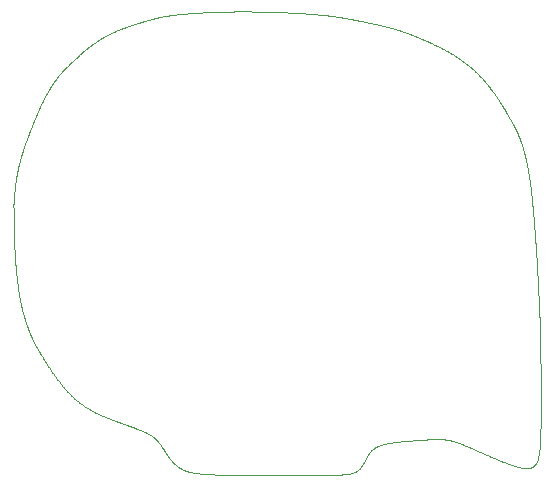
<source format=gko>
G04 #@! TF.FileFunction,Profile,NP*

G04 leading zeros omitted (L); absolute data (A); 6 integer digits and 6 fractional digits *
%FSLAX66Y66*%

G04 mode (MO): millimeters (MM) *
%MOMM*%

G04 Aperture definitions *
%ADD10C,0.001X*%
%ADD11C,0.001X*%
%ADD20C,0.05X*%

%LPD*%
D20*
G01X0043186Y-15735451D02*
G01X0043186Y-15735451D01*
G01X0045832Y-15704095D01*
G01X0048586Y-15671533D01*
G01X0051454Y-15637792D01*
G01X0054441Y-15602894D01*
G01X0057551Y-15566863D01*
G01X0060789Y-15529726D01*
G01X0064160Y-15491505D01*
G01X0067670Y-15452224D01*
G01X0071323Y-15411909D01*
G01X0075124Y-15370584D01*
G01X0079077Y-15328272D01*
G01X0083189Y-15284998D01*
G01X0087464Y-15240787D01*
G01X0091907Y-15195662D01*
G01X0096522Y-15149648D01*
G01X0101316Y-15102770D01*
G01X0106291Y-15055051D01*
G01X0111455Y-15006516D01*
G01X0116811Y-14957189D01*
G01X0122364Y-14907094D01*
G01X0128120Y-14856256D01*
G01X0134083Y-14804700D01*
G01X0140259Y-14752448D01*
G01X0146652Y-14699526D01*
G01X0153267Y-14645958D01*
G01X0160109Y-14591768D01*
G01X0167183Y-14536980D01*
G01X0174494Y-14481620D01*
G01X0182047Y-14425710D01*
G01X0189847Y-14369276D01*
G01X0197899Y-14312341D01*
G01X0206207Y-14254930D01*
G01X0214777Y-14197068D01*
G01X0223614Y-14138778D01*
G01X0232722Y-14080084D01*
G01X0242107Y-14021012D01*
G01X0251773Y-13961585D01*
G01X0261726Y-13901828D01*
G01X0271970Y-13841765D01*
G01X0282510Y-13781421D01*
G01X0293351Y-13720818D01*
G01X0304498Y-13659983D01*
G01X0315957Y-13598939D01*
G01X0327731Y-13537710D01*
G01X0339827Y-13476321D01*
G01X0352248Y-13414796D01*
G01X0365000Y-13353159D01*
G01X0378088Y-13291435D01*
G01X0391517Y-13229648D01*
G01X0405291Y-13167822D01*
G01X0405291Y-13167822D01*
G01X0405291Y-13167822D01*
G01X0419414Y-13105977D01*
G01X0433880Y-13044121D01*
G01X0448684Y-12982255D01*
G01X0463816Y-12920384D01*
G01X0479271Y-12858511D01*
G01X0495042Y-12796640D01*
G01X0511120Y-12734774D01*
G01X0527499Y-12672916D01*
G01X0544173Y-12611071D01*
G01X0561132Y-12549242D01*
G01X0578372Y-12487431D01*
G01X0595884Y-12425644D01*
G01X0613662Y-12363882D01*
G01X0631697Y-12302150D01*
G01X0649984Y-12240451D01*
G01X0668515Y-12178789D01*
G01X0687283Y-12117167D01*
G01X0706280Y-12055589D01*
G01X0725500Y-11994058D01*
G01X0744936Y-11932577D01*
G01X0764580Y-11871151D01*
G01X0784425Y-11809782D01*
G01X0804464Y-11748474D01*
G01X0824690Y-11687231D01*
G01X0845097Y-11626056D01*
G01X0865676Y-11564953D01*
G01X0886420Y-11503924D01*
G01X0907324Y-11442975D01*
G01X0928378Y-11382107D01*
G01X0949577Y-11321325D01*
G01X0970913Y-11260632D01*
G01X0992379Y-11200032D01*
G01X1013968Y-11139528D01*
G01X1035673Y-11079123D01*
G01X1057486Y-11018821D01*
G01X1079401Y-10958627D01*
G01X1101411Y-10898542D01*
G01X1123507Y-10838570D01*
G01X1145684Y-10778716D01*
G01X1167934Y-10718982D01*
G01X1190250Y-10659373D01*
G01X1212624Y-10599891D01*
G01X1235051Y-10540540D01*
G01X1257521Y-10481323D01*
G01X1280030Y-10422245D01*
G01X1302568Y-10363308D01*
G01X1325130Y-10304516D01*
G01X1347708Y-10245873D01*
G01X1370294Y-10187382D01*
G01X1392883Y-10129046D01*
G01X1392883Y-10129046D01*
G01X1392883Y-10129046D01*
G01X1415468Y-10070868D01*
G01X1438049Y-10012851D01*
G01X1460627Y-9954998D01*
G01X1483203Y-9897313D01*
G01X1505777Y-9839798D01*
G01X1528350Y-9782458D01*
G01X1550923Y-9725297D01*
G01X1573496Y-9668317D01*
G01X1596071Y-9611522D01*
G01X1618647Y-9554916D01*
G01X1641226Y-9498502D01*
G01X1663809Y-9442284D01*
G01X1686396Y-9386266D01*
G01X1708987Y-9330450D01*
G01X1731584Y-9274840D01*
G01X1754187Y-9219440D01*
G01X1776798Y-9164254D01*
G01X1799416Y-9109285D01*
G01X1822042Y-9054536D01*
G01X1844678Y-9000011D01*
G01X1867323Y-8945713D01*
G01X1889979Y-8891647D01*
G01X1912647Y-8837815D01*
G01X1935326Y-8784221D01*
G01X1958018Y-8730868D01*
G01X1980724Y-8677761D01*
G01X2003444Y-8624903D01*
G01X2026178Y-8572296D01*
G01X2048929Y-8519945D01*
G01X2071696Y-8467854D01*
G01X2094479Y-8416025D01*
G01X2117281Y-8364462D01*
G01X2140101Y-8313170D01*
G01X2162941Y-8262150D01*
G01X2185800Y-8211407D01*
G01X2208680Y-8160945D01*
G01X2231581Y-8110767D01*
G01X2254505Y-8060876D01*
G01X2277451Y-8011275D01*
G01X2300421Y-7961970D01*
G01X2323416Y-7912962D01*
G01X2346435Y-7864256D01*
G01X2369480Y-7815854D01*
G01X2392551Y-7767762D01*
G01X2415650Y-7719981D01*
G01X2438777Y-7672516D01*
G01X2461932Y-7625370D01*
G01X2485116Y-7578547D01*
G01X2508331Y-7532050D01*
G01X2531576Y-7485882D01*
G01X2531576Y-7485882D01*
G01X2531576Y-7485882D01*
G01X2566492Y-7417269D01*
G01X2601453Y-7349435D01*
G01X2636449Y-7282382D01*
G01X2671473Y-7216113D01*
G01X2706516Y-7150629D01*
G01X2741570Y-7085932D01*
G01X2776626Y-7022025D01*
G01X2811676Y-6958909D01*
G01X2846713Y-6896586D01*
G01X2881727Y-6835058D01*
G01X2916710Y-6774328D01*
G01X2951653Y-6714397D01*
G01X2986550Y-6655268D01*
G01X3021390Y-6596941D01*
G01X3056166Y-6539420D01*
G01X3090870Y-6482707D01*
G01X3125493Y-6426802D01*
G01X3160027Y-6371709D01*
G01X3194463Y-6317429D01*
G01X3228793Y-6263964D01*
G01X3263009Y-6211317D01*
G01X3297103Y-6159489D01*
G01X3331066Y-6108482D01*
G01X3364889Y-6058298D01*
G01X3398565Y-6008939D01*
G01X3432085Y-5960408D01*
G01X3465441Y-5912706D01*
G01X3498624Y-5865835D01*
G01X3531627Y-5819798D01*
G01X3564440Y-5774596D01*
G01X3597056Y-5730231D01*
G01X3629466Y-5686705D01*
G01X3661661Y-5644020D01*
G01X3672344Y-5629979D01*
G01X3672344Y-5629979D01*
G01X3714829Y-5574747D01*
G01X3756962Y-5520934D01*
G01X3798809Y-5468436D01*
G01X3840433Y-5417149D01*
G01X3881898Y-5366970D01*
G01X3923269Y-5317795D01*
G01X3964608Y-5269520D01*
G01X4005981Y-5222042D01*
G01X4047451Y-5175256D01*
G01X4089082Y-5129059D01*
G01X4130938Y-5083347D01*
G01X4173083Y-5038016D01*
G01X4215582Y-4992963D01*
G01X4258498Y-4948083D01*
G01X4301895Y-4903273D01*
G01X4345837Y-4858430D01*
G01X4390388Y-4813448D01*
G01X4435613Y-4768226D01*
G01X4481575Y-4722658D01*
G01X4528338Y-4676641D01*
G01X4575967Y-4630071D01*
G01X4624524Y-4582845D01*
G01X4674075Y-4534858D01*
G01X4724684Y-4486008D01*
G01X4776413Y-4436189D01*
G01X4776413Y-4436189D01*
G01X4776413Y-4436189D01*
G01X4815980Y-4398137D01*
G01X4856205Y-4359506D01*
G01X4897070Y-4320327D01*
G01X4938562Y-4280630D01*
G01X4980663Y-4240444D01*
G01X5023359Y-4199801D01*
G01X5066634Y-4158729D01*
G01X5110472Y-4117259D01*
G01X5154857Y-4075422D01*
G01X5199775Y-4033247D01*
G01X5245208Y-3990764D01*
G01X5291142Y-3948004D01*
G01X5337561Y-3904996D01*
G01X5384450Y-3861770D01*
G01X5431792Y-3818358D01*
G01X5479572Y-3774788D01*
G01X5527774Y-3731091D01*
G01X5576383Y-3687297D01*
G01X5625383Y-3643436D01*
G01X5674758Y-3599539D01*
G01X5724494Y-3555634D01*
G01X5774573Y-3511753D01*
G01X5824981Y-3467925D01*
G01X5875701Y-3424181D01*
G01X5926719Y-3380550D01*
G01X5978018Y-3337063D01*
G01X6029584Y-3293750D01*
G01X6081399Y-3250641D01*
G01X6133449Y-3207766D01*
G01X6185718Y-3165154D01*
G01X6238190Y-3122837D01*
G01X6290850Y-3080844D01*
G01X6343682Y-3039206D01*
G01X6361328Y-3025410D01*
G01X6361328Y-3025410D01*
G01X6414369Y-2984284D01*
G01X6467560Y-2943549D01*
G01X6520895Y-2903209D01*
G01X6574366Y-2863266D01*
G01X6627968Y-2823721D01*
G01X6681693Y-2784578D01*
G01X6735534Y-2745838D01*
G01X6789486Y-2707504D01*
G01X6843541Y-2669578D01*
G01X6897693Y-2632062D01*
G01X6951935Y-2594960D01*
G01X7006260Y-2558272D01*
G01X7060662Y-2522002D01*
G01X7115134Y-2486152D01*
G01X7169669Y-2450723D01*
G01X7224262Y-2415719D01*
G01X7278904Y-2381142D01*
G01X7333589Y-2346994D01*
G01X7388312Y-2313277D01*
G01X7443064Y-2279994D01*
G01X7497840Y-2247146D01*
G01X7552633Y-2214737D01*
G01X7607435Y-2182769D01*
G01X7662241Y-2151243D01*
G01X7717044Y-2120163D01*
G01X7771837Y-2089530D01*
G01X7826613Y-2059347D01*
G01X7881366Y-2029617D01*
G01X7936089Y-2000340D01*
G01X7990775Y-1971521D01*
G01X8045418Y-1943161D01*
G01X8100011Y-1915262D01*
G01X8154548Y-1887827D01*
G01X8172713Y-1878785D01*
G01X8172713Y-1878785D01*
G01X8227165Y-1851970D01*
G01X8281569Y-1825604D01*
G01X8335953Y-1799669D01*
G01X8390344Y-1774145D01*
G01X8444769Y-1749012D01*
G01X8499257Y-1724251D01*
G01X8553834Y-1699843D01*
G01X8608528Y-1675769D01*
G01X8663365Y-1652008D01*
G01X8718374Y-1628541D01*
G01X8773582Y-1605349D01*
G01X8829016Y-1582412D01*
G01X8884703Y-1559711D01*
G01X8940672Y-1537226D01*
G01X8996948Y-1514939D01*
G01X9053560Y-1492829D01*
G01X9110536Y-1470877D01*
G01X9167901Y-1449063D01*
G01X9225685Y-1427369D01*
G01X9283913Y-1405774D01*
G01X9342614Y-1384259D01*
G01X9401815Y-1362805D01*
G01X9461543Y-1341393D01*
G01X9521825Y-1320002D01*
G01X9582690Y-1298613D01*
G01X9644164Y-1277208D01*
G01X9706275Y-1255765D01*
G01X9769049Y-1234267D01*
G01X9832515Y-1212693D01*
G01X9896700Y-1191025D01*
G01X9961631Y-1169242D01*
G01X10027336Y-1147325D01*
G01X10093842Y-1125254D01*
G01X10116193Y-1117860D01*
G01X10116193Y-1117860D01*
G01X10161174Y-1103013D01*
G01X10206522Y-1088093D01*
G01X10252233Y-1073107D01*
G01X10298302Y-1058061D01*
G01X10344726Y-1042961D01*
G01X10391500Y-1027814D01*
G01X10438618Y-1012627D01*
G01X10486077Y-0997407D01*
G01X10533872Y-0982159D01*
G01X10581998Y-0966890D01*
G01X10630452Y-0951607D01*
G01X10679228Y-0936316D01*
G01X10728322Y-0921025D01*
G01X10777729Y-0905739D01*
G01X10827446Y-0890464D01*
G01X10877467Y-0875209D01*
G01X10927788Y-0859978D01*
G01X10978405Y-0844779D01*
G01X11029312Y-0829618D01*
G01X11080506Y-0814502D01*
G01X11131982Y-0799436D01*
G01X11183736Y-0784429D01*
G01X11235762Y-0769486D01*
G01X11288057Y-0754614D01*
G01X11340616Y-0739819D01*
G01X11393435Y-0725108D01*
G01X11446508Y-0710487D01*
G01X11499832Y-0695964D01*
G01X11553402Y-0681543D01*
G01X11607213Y-0667233D01*
G01X11661261Y-0653040D01*
G01X11715542Y-0638970D01*
G01X11770050Y-0625029D01*
G01X11824782Y-0611224D01*
G01X11879733Y-0597563D01*
G01X11934898Y-0584050D01*
G01X11990274Y-0570693D01*
G01X12045854Y-0557499D01*
G01X12101636Y-0544474D01*
G01X12157614Y-0531623D01*
G01X12213784Y-0518955D01*
G01X12270141Y-0506476D01*
G01X12326681Y-0494191D01*
G01X12383399Y-0482108D01*
G01X12440292Y-0470234D01*
G01X12497353Y-0458573D01*
G01X12554580Y-0447134D01*
G01X12611967Y-0435923D01*
G01X12669510Y-0424946D01*
G01X12727204Y-0414210D01*
G01X12727204Y-0414210D01*
G01X12727204Y-0414210D01*
G01X12785045Y-0403719D01*
G01X12843029Y-0393471D01*
G01X12901147Y-0383462D01*
G01X12959394Y-0373688D01*
G01X13017763Y-0364144D01*
G01X13076247Y-0354828D01*
G01X13134839Y-0345735D01*
G01X13193534Y-0336861D01*
G01X13252324Y-0328202D01*
G01X13311203Y-0319755D01*
G01X13370163Y-0311514D01*
G01X13429200Y-0303478D01*
G01X13488305Y-0295640D01*
G01X13547472Y-0287998D01*
G01X13606695Y-0280548D01*
G01X13665966Y-0273285D01*
G01X13725281Y-0266205D01*
G01X13784630Y-0259306D01*
G01X13844009Y-0252582D01*
G01X13903410Y-0246030D01*
G01X13962827Y-0239645D01*
G01X14022253Y-0233425D01*
G01X14081682Y-0227364D01*
G01X14141107Y-0221460D01*
G01X14200520Y-0215708D01*
G01X14259917Y-0210103D01*
G01X14319289Y-0204643D01*
G01X14378631Y-0199323D01*
G01X14437936Y-0194139D01*
G01X14497196Y-0189088D01*
G01X14556406Y-0184165D01*
G01X14615559Y-0179366D01*
G01X14674648Y-0174688D01*
G01X14733667Y-0170126D01*
G01X14792609Y-0165677D01*
G01X14851467Y-0161336D01*
G01X14910235Y-0157101D01*
G01X14968905Y-0152966D01*
G01X15027472Y-0148927D01*
G01X15085929Y-0144982D01*
G01X15144270Y-0141125D01*
G01X15202486Y-0137353D01*
G01X15260573Y-0133663D01*
G01X15318523Y-0130049D01*
G01X15376329Y-0126509D01*
G01X15433986Y-0123037D01*
G01X15491485Y-0119631D01*
G01X15548822Y-0116286D01*
G01X15605989Y-0112998D01*
G01X15662979Y-0109764D01*
G01X15662979Y-0109764D01*
G01X15662979Y-0109764D01*
G01X15719788Y-0106580D01*
G01X15776418Y-0103445D01*
G01X15832871Y-0100359D01*
G01X15889148Y-0097322D01*
G01X15945254Y-0094335D01*
G01X16001189Y-0091396D01*
G01X16056956Y-0088505D01*
G01X16112558Y-0085664D01*
G01X16167997Y-0082871D01*
G01X16223274Y-0080126D01*
G01X16278394Y-0077430D01*
G01X16333357Y-0074782D01*
G01X16388167Y-0072182D01*
G01X16442825Y-0069630D01*
G01X16497333Y-0067126D01*
G01X16551696Y-0064670D01*
G01X16605913Y-0062262D01*
G01X16659989Y-0059902D01*
G01X16713924Y-0057589D01*
G01X16767722Y-0055323D01*
G01X16821385Y-0053105D01*
G01X16874916Y-0050934D01*
G01X16928316Y-0048811D01*
G01X16981587Y-0046734D01*
G01X17034733Y-0044705D01*
G01X17087756Y-0042722D01*
G01X17140657Y-0040786D01*
G01X17193439Y-0038897D01*
G01X17246106Y-0037055D01*
G01X17298658Y-0035259D01*
G01X17351098Y-0033510D01*
G01X17403428Y-0031806D01*
G01X17455652Y-0030149D01*
G01X17507771Y-0028539D01*
G01X17559787Y-0026974D01*
G01X17611704Y-0025455D01*
G01X17663522Y-0023982D01*
G01X17715245Y-0022555D01*
G01X17766875Y-0021173D01*
G01X17818415Y-0019837D01*
G01X17869865Y-0018546D01*
G01X17921230Y-0017301D01*
G01X17972511Y-0016101D01*
G01X18023710Y-0014946D01*
G01X18074831Y-0013836D01*
G01X18125874Y-0012772D01*
G01X18176844Y-0011752D01*
G01X18227741Y-0010776D01*
G01X18278568Y-0009846D01*
G01X18329328Y-0008960D01*
G01X18329328Y-0008960D01*
G01X18329328Y-0008960D01*
G01X18380024Y-0008118D01*
G01X18430658Y-0007320D01*
G01X18481232Y-0006566D01*
G01X18531747Y-0005855D01*
G01X18582206Y-0005187D01*
G01X18632610Y-0004562D01*
G01X18682961Y-0003978D01*
G01X18733260Y-0003437D01*
G01X18783508Y-0002936D01*
G01X18833709Y-0002476D01*
G01X18883862Y-0002057D01*
G01X18933970Y-0001678D01*
G01X18984035Y-0001339D01*
G01X19034058Y-0001039D01*
G01X19084040Y-0000777D01*
G01X19133984Y-0000555D01*
G01X19183891Y-0000370D01*
G01X19233762Y-0000223D01*
G01X19283600Y-0000114D01*
G01X19333406Y-0000041D01*
G01X19383181Y-0000005D01*
G01X19432927Y-0000005D01*
G01X19482647Y-0000041D01*
G01X19532341Y-0000112D01*
G01X19582011Y-0000218D01*
G01X19631658Y-0000358D01*
G01X19681285Y-0000533D01*
G01X19730894Y-0000741D01*
G01X19780485Y-0000983D01*
G01X19830060Y-0001258D01*
G01X19879621Y-0001565D01*
G01X19929170Y-0001904D01*
G01X19978708Y-0002275D01*
G01X20028237Y-0002678D01*
G01X20077759Y-0003111D01*
G01X20127274Y-0003575D01*
G01X20176786Y-0004070D01*
G01X20226295Y-0004594D01*
G01X20275803Y-0005147D01*
G01X20325312Y-0005729D01*
G01X20374823Y-0006340D01*
G01X20424339Y-0006979D01*
G01X20473860Y-0007646D01*
G01X20523388Y-0008341D01*
G01X20572925Y-0009062D01*
G01X20622473Y-0009810D01*
G01X20672033Y-0010584D01*
G01X20721607Y-0011384D01*
G01X20771196Y-0012210D01*
G01X20820803Y-0013060D01*
G01X20820803Y-0013060D01*
G01X20820803Y-0013060D01*
G01X20870430Y-0013937D01*
G01X20920084Y-0014838D01*
G01X20969772Y-0015766D01*
G01X21019499Y-0016721D01*
G01X21069272Y-0017703D01*
G01X21119097Y-0018714D01*
G01X21168981Y-0019753D01*
G01X21218929Y-0020822D01*
G01X21268948Y-0021921D01*
G01X21319045Y-0023051D01*
G01X21369225Y-0024213D01*
G01X21419495Y-0025407D01*
G01X21469862Y-0026634D01*
G01X21520330Y-0027894D01*
G01X21570908Y-0029189D01*
G01X21621600Y-0030519D01*
G01X21672414Y-0031885D01*
G01X21723355Y-0033288D01*
G01X21774430Y-0034727D01*
G01X21825646Y-0036204D01*
G01X21877007Y-0037720D01*
G01X21928522Y-0039275D01*
G01X21980195Y-0040870D01*
G01X22032034Y-0042506D01*
G01X22084045Y-0044183D01*
G01X22136233Y-0045901D01*
G01X22188605Y-0047663D01*
G01X22241168Y-0049468D01*
G01X22293928Y-0051317D01*
G01X22346891Y-0053210D01*
G01X22400063Y-0055149D01*
G01X22453450Y-0057134D01*
G01X22507060Y-0059166D01*
G01X22560897Y-0061246D01*
G01X22614969Y-0063373D01*
G01X22669282Y-0065550D01*
G01X22723842Y-0067776D01*
G01X22778655Y-0070052D01*
G01X22833728Y-0072380D01*
G01X22889066Y-0074759D01*
G01X22944677Y-0077190D01*
G01X23000566Y-0079674D01*
G01X23056740Y-0082212D01*
G01X23113205Y-0084805D01*
G01X23169967Y-0087452D01*
G01X23227033Y-0090155D01*
G01X23284409Y-0092915D01*
G01X23342101Y-0095732D01*
G01X23400115Y-0098607D01*
G01X23458458Y-0101540D01*
G01X23458458Y-0101540D01*
G01X23458458Y-0101540D01*
G01X23517133Y-0104533D01*
G01X23576128Y-0107585D01*
G01X23635428Y-0110696D01*
G01X23695017Y-0113868D01*
G01X23754879Y-0117100D01*
G01X23814998Y-0120393D01*
G01X23875359Y-0123746D01*
G01X23935946Y-0127161D01*
G01X23996744Y-0130637D01*
G01X24057736Y-0134174D01*
G01X24118907Y-0137774D01*
G01X24180242Y-0141435D01*
G01X24241724Y-0145159D01*
G01X24303338Y-0148946D01*
G01X24365067Y-0152795D01*
G01X24426898Y-0156708D01*
G01X24488813Y-0160684D01*
G01X24550797Y-0164724D01*
G01X24612834Y-0168828D01*
G01X24674908Y-0172996D01*
G01X24737005Y-0177228D01*
G01X24799108Y-0181525D01*
G01X24861201Y-0185888D01*
G01X24923269Y-0190315D01*
G01X24985296Y-0194808D01*
G01X25047266Y-0199367D01*
G01X25109164Y-0203992D01*
G01X25170973Y-0208683D01*
G01X25232679Y-0213440D01*
G01X25294266Y-0218265D01*
G01X25355717Y-0223157D01*
G01X25417017Y-0228116D01*
G01X25478150Y-0233142D01*
G01X25539102Y-0238237D01*
G01X25599855Y-0243399D01*
G01X25660394Y-0248630D01*
G01X25720704Y-0253930D01*
G01X25780768Y-0259298D01*
G01X25840572Y-0264736D01*
G01X25900099Y-0270243D01*
G01X25959334Y-0275820D01*
G01X26018260Y-0281467D01*
G01X26076863Y-0287184D01*
G01X26135127Y-0292971D01*
G01X26193035Y-0298830D01*
G01X26250572Y-0304759D01*
G01X26307723Y-0310759D01*
G01X26364472Y-0316831D01*
G01X26420802Y-0322975D01*
G01X26476699Y-0329191D01*
G01X26476699Y-0329191D01*
G01X26476699Y-0329191D01*
G01X26532171Y-0335483D01*
G01X26587250Y-0341854D01*
G01X26641951Y-0348306D01*
G01X26696292Y-0354838D01*
G01X26750287Y-0361452D01*
G01X26803955Y-0368146D01*
G01X26857311Y-0374923D01*
G01X26910371Y-0381782D01*
G01X26963153Y-0388723D01*
G01X27015672Y-0395748D01*
G01X27067944Y-0402856D01*
G01X27119987Y-0410048D01*
G01X27171817Y-0417324D01*
G01X27223449Y-0424685D01*
G01X27274901Y-0432131D01*
G01X27326189Y-0439663D01*
G01X27377329Y-0447280D01*
G01X27428338Y-0454985D01*
G01X27479231Y-0462776D01*
G01X27530026Y-0470654D01*
G01X27580739Y-0478619D01*
G01X27631386Y-0486673D01*
G01X27681984Y-0494816D01*
G01X27732548Y-0503047D01*
G01X27783096Y-0511367D01*
G01X27833644Y-0519778D01*
G01X27884207Y-0528278D01*
G01X27934804Y-0536869D01*
G01X27985449Y-0545551D01*
G01X28036160Y-0554324D01*
G01X28086952Y-0563189D01*
G01X28137843Y-0572146D01*
G01X28188848Y-0581196D01*
G01X28239984Y-0590339D01*
G01X28291267Y-0599575D01*
G01X28342715Y-0608905D01*
G01X28394342Y-0618330D01*
G01X28446166Y-0627849D01*
G01X28498202Y-0637463D01*
G01X28550468Y-0647173D01*
G01X28602980Y-0656978D01*
G01X28655754Y-0666880D01*
G01X28708807Y-0676879D01*
G01X28762154Y-0686975D01*
G01X28815813Y-0697169D01*
G01X28869799Y-0707460D01*
G01X28924129Y-0717850D01*
G01X28978820Y-0728339D01*
G01X29033888Y-0738927D01*
G01X29089349Y-0749615D01*
G01X29089349Y-0749615D01*
G01X29089349Y-0749615D01*
G01X29145226Y-0760405D01*
G01X29201520Y-0771300D01*
G01X29258219Y-0782302D01*
G01X29315310Y-0793411D01*
G01X29372779Y-0804629D01*
G01X29430615Y-0815957D01*
G01X29488803Y-0827396D01*
G01X29547331Y-0838948D01*
G01X29606187Y-0850614D01*
G01X29665356Y-0862395D01*
G01X29724826Y-0874293D01*
G01X29784585Y-0886308D01*
G01X29844618Y-0898441D01*
G01X29904914Y-0910695D01*
G01X29965459Y-0923070D01*
G01X30026240Y-0935568D01*
G01X30087244Y-0948189D01*
G01X30148458Y-0960936D01*
G01X30209870Y-0973808D01*
G01X30271466Y-0986809D01*
G01X30333234Y-0999938D01*
G01X30395160Y-1013196D01*
G01X30457231Y-1026587D01*
G01X30519435Y-1040109D01*
G01X30581758Y-1053766D01*
G01X30644188Y-1067557D01*
G01X30706712Y-1081484D01*
G01X30769316Y-1095549D01*
G01X30831987Y-1109753D01*
G01X30894714Y-1124097D01*
G01X30957482Y-1138581D01*
G01X31020278Y-1153208D01*
G01X31083091Y-1167979D01*
G01X31145906Y-1182895D01*
G01X31208712Y-1197957D01*
G01X31271494Y-1213166D01*
G01X31334240Y-1228524D01*
G01X31396937Y-1244031D01*
G01X31459571Y-1259690D01*
G01X31522131Y-1275501D01*
G01X31584603Y-1291466D01*
G01X31646974Y-1307585D01*
G01X31709231Y-1323861D01*
G01X31771361Y-1340294D01*
G01X31833352Y-1356885D01*
G01X31895189Y-1373636D01*
G01X31956861Y-1390549D01*
G01X32018354Y-1407623D01*
G01X32079656Y-1424861D01*
G01X32140753Y-1442264D01*
G01X32140753Y-1442264D01*
G01X32140753Y-1442264D01*
G01X32201645Y-1459836D01*
G01X32262346Y-1477584D01*
G01X32322866Y-1495507D01*
G01X32383213Y-1513608D01*
G01X32443394Y-1531889D01*
G01X32503419Y-1550351D01*
G01X32563295Y-1568996D01*
G01X32623032Y-1587825D01*
G01X32682637Y-1606840D01*
G01X32742120Y-1626042D01*
G01X32801488Y-1645434D01*
G01X32860750Y-1665016D01*
G01X32919915Y-1684791D01*
G01X32978990Y-1704759D01*
G01X33037985Y-1724923D01*
G01X33096907Y-1745284D01*
G01X33155766Y-1765844D01*
G01X33214569Y-1786605D01*
G01X33273325Y-1807567D01*
G01X33332042Y-1828733D01*
G01X33390730Y-1850103D01*
G01X33449395Y-1871681D01*
G01X33508048Y-1893467D01*
G01X33566695Y-1915463D01*
G01X33625347Y-1937670D01*
G01X33684010Y-1960091D01*
G01X33742694Y-1982726D01*
G01X33801406Y-2005577D01*
G01X33860156Y-2028647D01*
G01X33918952Y-2051936D01*
G01X33977802Y-2075446D01*
G01X34036714Y-2099179D01*
G01X34095698Y-2123136D01*
G01X34154761Y-2147320D01*
G01X34213912Y-2171730D01*
G01X34273159Y-2196370D01*
G01X34332512Y-2221241D01*
G01X34391977Y-2246344D01*
G01X34451564Y-2271681D01*
G01X34511281Y-2297253D01*
G01X34571137Y-2323063D01*
G01X34631139Y-2349111D01*
G01X34691297Y-2375400D01*
G01X34751619Y-2401931D01*
G01X34812113Y-2428705D01*
G01X34872788Y-2455724D01*
G01X34933652Y-2482990D01*
G01X34994713Y-2510505D01*
G01X35055981Y-2538269D01*
G01X35117462Y-2566285D01*
G01X35117462Y-2566285D01*
G01X35117462Y-2566285D01*
G01X35179168Y-2594556D01*
G01X35241093Y-2623086D01*
G01X35303224Y-2651875D01*
G01X35365547Y-2680925D01*
G01X35428049Y-2710237D01*
G01X35490716Y-2739813D01*
G01X35553535Y-2769655D01*
G01X35616492Y-2799762D01*
G01X35679573Y-2830137D01*
G01X35742766Y-2860781D01*
G01X35806056Y-2891695D01*
G01X35869431Y-2922881D01*
G01X35932876Y-2954339D01*
G01X35996379Y-2986072D01*
G01X36059925Y-3018080D01*
G01X36123501Y-3050365D01*
G01X36187094Y-3082928D01*
G01X36250690Y-3115770D01*
G01X36314276Y-3148893D01*
G01X36377838Y-3182298D01*
G01X36441362Y-3215987D01*
G01X36504836Y-3249960D01*
G01X36568245Y-3284219D01*
G01X36631576Y-3318765D01*
G01X36694816Y-3353600D01*
G01X36757951Y-3388725D01*
G01X36820967Y-3424142D01*
G01X36883852Y-3459850D01*
G01X36946591Y-3495853D01*
G01X37009171Y-3532151D01*
G01X37071579Y-3568745D01*
G01X37133801Y-3605637D01*
G01X37195824Y-3642828D01*
G01X37257633Y-3680320D01*
G01X37319216Y-3718113D01*
G01X37380559Y-3756209D01*
G01X37441649Y-3794610D01*
G01X37502471Y-3833317D01*
G01X37563014Y-3872330D01*
G01X37623262Y-3911652D01*
G01X37683202Y-3951283D01*
G01X37742822Y-3991225D01*
G01X37802107Y-4031480D01*
G01X37861045Y-4072048D01*
G01X37919620Y-4112931D01*
G01X37977821Y-4154130D01*
G01X38035633Y-4195647D01*
G01X38093043Y-4237482D01*
G01X38150038Y-4279638D01*
G01X38206603Y-4322115D01*
G01X38206603Y-4322115D01*
G01X38206603Y-4322115D01*
G01X38262734Y-4364919D01*
G01X38318436Y-4408052D01*
G01X38373712Y-4451505D01*
G01X38428563Y-4495273D01*
G01X38482994Y-4539349D01*
G01X38537005Y-4583727D01*
G01X38590601Y-4628400D01*
G01X38643783Y-4673360D01*
G01X38696554Y-4718603D01*
G01X38748917Y-4764120D01*
G01X38800875Y-4809906D01*
G01X38852429Y-4855954D01*
G01X38903583Y-4902257D01*
G01X38954339Y-4948808D01*
G01X39004700Y-4995601D01*
G01X39054668Y-5042630D01*
G01X39104247Y-5089888D01*
G01X39153438Y-5137368D01*
G01X39202244Y-5185063D01*
G01X39250668Y-5232967D01*
G01X39298712Y-5281074D01*
G01X39346379Y-5329377D01*
G01X39393672Y-5377868D01*
G01X39440594Y-5426542D01*
G01X39487146Y-5475392D01*
G01X39533332Y-5524412D01*
G01X39579153Y-5573594D01*
G01X39624614Y-5622932D01*
G01X39669715Y-5672419D01*
G01X39714461Y-5722050D01*
G01X39758853Y-5771817D01*
G01X39802894Y-5821713D01*
G01X39846587Y-5871733D01*
G01X39889934Y-5921869D01*
G01X39932938Y-5972115D01*
G01X39975602Y-6022464D01*
G01X40017928Y-6072909D01*
G01X40059918Y-6123445D01*
G01X40101576Y-6174064D01*
G01X40142904Y-6224760D01*
G01X40183904Y-6275527D01*
G01X40224580Y-6326357D01*
G01X40264933Y-6377243D01*
G01X40304967Y-6428181D01*
G01X40344684Y-6479162D01*
G01X40384086Y-6530180D01*
G01X40423177Y-6581228D01*
G01X40461958Y-6632301D01*
G01X40500433Y-6683391D01*
G01X40538604Y-6734492D01*
G01X40538604Y-6734492D01*
G01X40538604Y-6734492D01*
G01X40576477Y-6785602D01*
G01X40614060Y-6836727D01*
G01X40651361Y-6887873D01*
G01X40688386Y-6939045D01*
G01X40725142Y-6990249D01*
G01X40761636Y-7041491D01*
G01X40797874Y-7092775D01*
G01X40833865Y-7144107D01*
G01X40869613Y-7195493D01*
G01X40905127Y-7246938D01*
G01X40940413Y-7298448D01*
G01X40975478Y-7350028D01*
G01X41010329Y-7401683D01*
G01X41044973Y-7453420D01*
G01X41079415Y-7505243D01*
G01X41113665Y-7557158D01*
G01X41147727Y-7609170D01*
G01X41181609Y-7661286D01*
G01X41215318Y-7713510D01*
G01X41248860Y-7765847D01*
G01X41282243Y-7818305D01*
G01X41315474Y-7870886D01*
G01X41348558Y-7923599D01*
G01X41381503Y-7976447D01*
G01X41414316Y-8029436D01*
G01X41447004Y-8082572D01*
G01X41479573Y-8135860D01*
G01X41512031Y-8189306D01*
G01X41544384Y-8242915D01*
G01X41576638Y-8296693D01*
G01X41608802Y-8350644D01*
G01X41640881Y-8404776D01*
G01X41672882Y-8459092D01*
G01X41704813Y-8513599D01*
G01X41736680Y-8568301D01*
G01X41768490Y-8623206D01*
G01X41800250Y-8678317D01*
G01X41831966Y-8733640D01*
G01X41863646Y-8789182D01*
G01X41895296Y-8844947D01*
G01X41926924Y-8900940D01*
G01X41958535Y-8957168D01*
G01X41990137Y-9013636D01*
G01X42021737Y-9070349D01*
G01X42053341Y-9127313D01*
G01X42084957Y-9184532D01*
G01X42116591Y-9242014D01*
G01X42148250Y-9299763D01*
G01X42179940Y-9357784D01*
G01X42211670Y-9416083D01*
G01X42211670Y-9416083D01*
G01X42211670Y-9416083D01*
G01X42227550Y-9445339D01*
G01X42243440Y-9474673D01*
G01X42259338Y-9504094D01*
G01X42275243Y-9533612D01*
G01X42291155Y-9563235D01*
G01X42307072Y-9592972D01*
G01X42322993Y-9622834D01*
G01X42338918Y-9652828D01*
G01X42354844Y-9682965D01*
G01X42370772Y-9713253D01*
G01X42386700Y-9743701D01*
G01X42402628Y-9774320D01*
G01X42418553Y-9805117D01*
G01X42434476Y-9836102D01*
G01X42450394Y-9867285D01*
G01X42466308Y-9898673D01*
G01X42482216Y-9930278D01*
G01X42498118Y-9962107D01*
G01X42514011Y-9994170D01*
G01X42529896Y-10026476D01*
G01X42545770Y-10059035D01*
G01X42561634Y-10091855D01*
G01X42577485Y-10124946D01*
G01X42593324Y-10158316D01*
G01X42609149Y-10191975D01*
G01X42624959Y-10225933D01*
G01X42640753Y-10260198D01*
G01X42656530Y-10294779D01*
G01X42672289Y-10329686D01*
G01X42688029Y-10364928D01*
G01X42703748Y-10400514D01*
G01X42719447Y-10436453D01*
G01X42735124Y-10472754D01*
G01X42750778Y-10509427D01*
G01X42766408Y-10546481D01*
G01X42782012Y-10583925D01*
G01X42797591Y-10621767D01*
G01X42813142Y-10660018D01*
G01X42828666Y-10698687D01*
G01X42844160Y-10737781D01*
G01X42859624Y-10777312D01*
G01X42875057Y-10817288D01*
G01X42890458Y-10857717D01*
G01X42905826Y-10898610D01*
G01X42921159Y-10939976D01*
G01X42936458Y-10981823D01*
G01X42951720Y-11024161D01*
G01X42966945Y-11066999D01*
G01X42982131Y-11110346D01*
G01X42997279Y-11154211D01*
G01X43012386Y-11198604D01*
G01X43027452Y-11243533D01*
G01X43042476Y-11289009D01*
G01X43057456Y-11335039D01*
G01X43072392Y-11381634D01*
G01X43087283Y-11428802D01*
G01X43102128Y-11476552D01*
G01X43116925Y-11524895D01*
G01X43131674Y-11573838D01*
G01X43146373Y-11623391D01*
G01X43161023Y-11673563D01*
G01X43175620Y-11724364D01*
G01X43190166Y-11775803D01*
G01X43204658Y-11827888D01*
G01X43219096Y-11880629D01*
G01X43233478Y-11934035D01*
G01X43247804Y-11988116D01*
G01X43262072Y-12042880D01*
G01X43276282Y-12098337D01*
G01X43290433Y-12154495D01*
G01X43304523Y-12211364D01*
G01X43318551Y-12268954D01*
G01X43332518Y-12327273D01*
G01X43346420Y-12386330D01*
G01X43360258Y-12446136D01*
G01X43374031Y-12506698D01*
G01X43387737Y-12568026D01*
G01X43401375Y-12630129D01*
G01X43414945Y-12693016D01*
G01X43428446Y-12756697D01*
G01X43441875Y-12821181D01*
G01X43455234Y-12886477D01*
G01X43468519Y-12952594D01*
G01X43481731Y-13019541D01*
G01X43494869Y-13087328D01*
G01X43507930Y-13155963D01*
G01X43520915Y-13225456D01*
G01X43533823Y-13295815D01*
G01X43546652Y-13367051D01*
G01X43559401Y-13439172D01*
G01X43572069Y-13512188D01*
G01X43584656Y-13586108D01*
G01X43597160Y-13660940D01*
G01X43609580Y-13736694D01*
G01X43621916Y-13813379D01*
G01X43634165Y-13891005D01*
G01X43646328Y-13969580D01*
G01X43658404Y-14049114D01*
G01X43670390Y-14129615D01*
G01X43682287Y-14211094D01*
G01X43682287Y-14211094D01*
G01X43682287Y-14211094D01*
G01X43694093Y-14293553D01*
G01X43705807Y-14376977D01*
G01X43717431Y-14461345D01*
G01X43728964Y-14546638D01*
G01X43740407Y-14632835D01*
G01X43751759Y-14719915D01*
G01X43763022Y-14807860D01*
G01X43774194Y-14896648D01*
G01X43785278Y-14986260D01*
G01X43796271Y-15076675D01*
G01X43807176Y-15167873D01*
G01X43817993Y-15259834D01*
G01X43828720Y-15352539D01*
G01X43839359Y-15445966D01*
G01X43849910Y-15540095D01*
G01X43860374Y-15634907D01*
G01X43870749Y-15730382D01*
G01X43881038Y-15826498D01*
G01X43891239Y-15923237D01*
G01X43901353Y-16020577D01*
G01X43911381Y-16118499D01*
G01X43921322Y-16216983D01*
G01X43931177Y-16316008D01*
G01X43940946Y-16415554D01*
G01X43950629Y-16515601D01*
G01X43960226Y-16616130D01*
G01X43969739Y-16717119D01*
G01X43979166Y-16818548D01*
G01X43988509Y-16920399D01*
G01X43997767Y-17022649D01*
G01X44006940Y-17125280D01*
G01X44016030Y-17228270D01*
G01X44025036Y-17331601D01*
G01X44033958Y-17435251D01*
G01X44042797Y-17539201D01*
G01X44051552Y-17643430D01*
G01X44060225Y-17747919D01*
G01X44068815Y-17852646D01*
G01X44077322Y-17957593D01*
G01X44085748Y-18062738D01*
G01X44094091Y-18168062D01*
G01X44102352Y-18273544D01*
G01X44110533Y-18379165D01*
G01X44118631Y-18484904D01*
G01X44126649Y-18590741D01*
G01X44134586Y-18696656D01*
G01X44142442Y-18802629D01*
G01X44150218Y-18908639D01*
G01X44157914Y-19014667D01*
G01X44165530Y-19120692D01*
G01X44173067Y-19226694D01*
G01X44180524Y-19332653D01*
G01X44187902Y-19438549D01*
G01X44195201Y-19544362D01*
G01X44202421Y-19650071D01*
G01X44209563Y-19755656D01*
G01X44216627Y-19861098D01*
G01X44223612Y-19966376D01*
G01X44230520Y-20071469D01*
G01X44237351Y-20176359D01*
G01X44244104Y-20281024D01*
G01X44250780Y-20385444D01*
G01X44257379Y-20489600D01*
G01X44263902Y-20593471D01*
G01X44270348Y-20697037D01*
G01X44276718Y-20800277D01*
G01X44283013Y-20903173D01*
G01X44289231Y-21005703D01*
G01X44295375Y-21107847D01*
G01X44301443Y-21209586D01*
G01X44307436Y-21310899D01*
G01X44313355Y-21411765D01*
G01X44319199Y-21512166D01*
G01X44324969Y-21612080D01*
G01X44330664Y-21711487D01*
G01X44336287Y-21810368D01*
G01X44341835Y-21908702D01*
G01X44347311Y-22006469D01*
G01X44352713Y-22103649D01*
G01X44358042Y-22200222D01*
G01X44363299Y-22296167D01*
G01X44368484Y-22391464D01*
G01X44373596Y-22486094D01*
G01X44378637Y-22580036D01*
G01X44383606Y-22673270D01*
G01X44388503Y-22765776D01*
G01X44393330Y-22857533D01*
G01X44398085Y-22948522D01*
G01X44402770Y-23038722D01*
G01X44407384Y-23128113D01*
G01X44411928Y-23216676D01*
G01X44416402Y-23304389D01*
G01X44420807Y-23391233D01*
G01X44425141Y-23477188D01*
G01X44429407Y-23562233D01*
G01X44433603Y-23646348D01*
G01X44437731Y-23729513D01*
G01X44441790Y-23811709D01*
G01X44445781Y-23892914D01*
G01X44449703Y-23973109D01*
G01X44449703Y-23973109D01*
G01X44449703Y-23973109D01*
G01X44453558Y-24052279D01*
G01X44457346Y-24130432D01*
G01X44461067Y-24207582D01*
G01X44464722Y-24283743D01*
G01X44468312Y-24358928D01*
G01X44471837Y-24433152D01*
G01X44475299Y-24506428D01*
G01X44478697Y-24578771D01*
G01X44482034Y-24650194D01*
G01X44485308Y-24720710D01*
G01X44488521Y-24790335D01*
G01X44491674Y-24859081D01*
G01X44494767Y-24926963D01*
G01X44497801Y-24993995D01*
G01X44500776Y-25060189D01*
G01X44503694Y-25125561D01*
G01X44506555Y-25190124D01*
G01X44509359Y-25253892D01*
G01X44512108Y-25316879D01*
G01X44514802Y-25379098D01*
G01X44517441Y-25440563D01*
G01X44520027Y-25501290D01*
G01X44522560Y-25561290D01*
G01X44525040Y-25620578D01*
G01X44527469Y-25679169D01*
G01X44529847Y-25737075D01*
G01X44532175Y-25794311D01*
G01X44534453Y-25850891D01*
G01X44536683Y-25906827D01*
G01X44538864Y-25962136D01*
G01X44540997Y-26016829D01*
G01X44543084Y-26070922D01*
G01X44545125Y-26124427D01*
G01X44547120Y-26177359D01*
G01X44549070Y-26229732D01*
G01X44550976Y-26281559D01*
G01X44552839Y-26332854D01*
G01X44554659Y-26383632D01*
G01X44556437Y-26433906D01*
G01X44558173Y-26483689D01*
G01X44559869Y-26532997D01*
G01X44561524Y-26581842D01*
G01X44563141Y-26630239D01*
G01X44564718Y-26678201D01*
G01X44566258Y-26725742D01*
G01X44567760Y-26772877D01*
G01X44569225Y-26819618D01*
G01X44570655Y-26865981D01*
G01X44572049Y-26911978D01*
G01X44573409Y-26957624D01*
G01X44574734Y-27002932D01*
G01X44576027Y-27047916D01*
G01X44577287Y-27092591D01*
G01X44578514Y-27136970D01*
G01X44579711Y-27181066D01*
G01X44580877Y-27224895D01*
G01X44582013Y-27268469D01*
G01X44583120Y-27311802D01*
G01X44584199Y-27354909D01*
G01X44585250Y-27397803D01*
G01X44586273Y-27440499D01*
G01X44587270Y-27483009D01*
G01X44588242Y-27525348D01*
G01X44589188Y-27567530D01*
G01X44590109Y-27609568D01*
G01X44591007Y-27651477D01*
G01X44591882Y-27693270D01*
G01X44592735Y-27734961D01*
G01X44593565Y-27776564D01*
G01X44594375Y-27818094D01*
G01X44595164Y-27859563D01*
G01X44595934Y-27900985D01*
G01X44596684Y-27942375D01*
G01X44597417Y-27983746D01*
G01X44598131Y-28025113D01*
G01X44598829Y-28066489D01*
G01X44599510Y-28107887D01*
G01X44600176Y-28149323D01*
G01X44600827Y-28190809D01*
G01X44601463Y-28232359D01*
G01X44602086Y-28273988D01*
G01X44602696Y-28315710D01*
G01X44603294Y-28357537D01*
G01X44603881Y-28399484D01*
G01X44604456Y-28441566D01*
G01X44605021Y-28483795D01*
G01X44605577Y-28526185D01*
G01X44606124Y-28568751D01*
G01X44606663Y-28611507D01*
G01X44607194Y-28654465D01*
G01X44607719Y-28697641D01*
G01X44608237Y-28741047D01*
G01X44608750Y-28784699D01*
G01X44609258Y-28828609D01*
G01X44609763Y-28872791D01*
G01X44610263Y-28917260D01*
G01X44610761Y-28962029D01*
G01X44611258Y-29007112D01*
G01X44611752Y-29052524D01*
G01X44612246Y-29098277D01*
G01X44612246Y-29098277D01*
G01X44612246Y-29098277D01*
G01X44612740Y-29144382D01*
G01X44613234Y-29190835D01*
G01X44613727Y-29237629D01*
G01X44614220Y-29284758D01*
G01X44614712Y-29332215D01*
G01X44615203Y-29379993D01*
G01X44615693Y-29428085D01*
G01X44616182Y-29476484D01*
G01X44616670Y-29525183D01*
G01X44617156Y-29574176D01*
G01X44617640Y-29623456D01*
G01X44618123Y-29673015D01*
G01X44618603Y-29722848D01*
G01X44619081Y-29772947D01*
G01X44619557Y-29823305D01*
G01X44620030Y-29873916D01*
G01X44620500Y-29924773D01*
G01X44620968Y-29975869D01*
G01X44621432Y-30027196D01*
G01X44621893Y-30078749D01*
G01X44622350Y-30130521D01*
G01X44622804Y-30182504D01*
G01X44623254Y-30234692D01*
G01X44623700Y-30287077D01*
G01X44624142Y-30339654D01*
G01X44624580Y-30392415D01*
G01X44625013Y-30445354D01*
G01X44625442Y-30498463D01*
G01X44625865Y-30551736D01*
G01X44626284Y-30605166D01*
G01X44626697Y-30658746D01*
G01X44627105Y-30712470D01*
G01X44627508Y-30766329D01*
G01X44627905Y-30820319D01*
G01X44628295Y-30874431D01*
G01X44628680Y-30928659D01*
G01X44629059Y-30982997D01*
G01X44629431Y-31037437D01*
G01X44629797Y-31091972D01*
G01X44630156Y-31146596D01*
G01X44630508Y-31201301D01*
G01X44630853Y-31256082D01*
G01X44631191Y-31310931D01*
G01X44631521Y-31365841D01*
G01X44631844Y-31420806D01*
G01X44632159Y-31475818D01*
G01X44632465Y-31530871D01*
G01X44632764Y-31585959D01*
G01X44633055Y-31641073D01*
G01X44633337Y-31696208D01*
G01X44633610Y-31751356D01*
G01X44633875Y-31806511D01*
G01X44634130Y-31861666D01*
G01X44634377Y-31916814D01*
G01X44634614Y-31971948D01*
G01X44634842Y-32027061D01*
G01X44635060Y-32082147D01*
G01X44635268Y-32137199D01*
G01X44635466Y-32192209D01*
G01X44635654Y-32247172D01*
G01X44635831Y-32302079D01*
G01X44635998Y-32356926D01*
G01X44636154Y-32411703D01*
G01X44636300Y-32466406D01*
G01X44636434Y-32521026D01*
G01X44636557Y-32575557D01*
G01X44636669Y-32629993D01*
G01X44636769Y-32684326D01*
G01X44636857Y-32738550D01*
G01X44636934Y-32792657D01*
G01X44636998Y-32846641D01*
G01X44637050Y-32900495D01*
G01X44637090Y-32954213D01*
G01X44637117Y-33007787D01*
G01X44637131Y-33061210D01*
G01X44637132Y-33114477D01*
G01X44637120Y-33167579D01*
G01X44637095Y-33220510D01*
G01X44637056Y-33273264D01*
G01X44637004Y-33325833D01*
G01X44636938Y-33378210D01*
G01X44636858Y-33430390D01*
G01X44636763Y-33482364D01*
G01X44636655Y-33534126D01*
G01X44636532Y-33585670D01*
G01X44636394Y-33636988D01*
G01X44636241Y-33688074D01*
G01X44636073Y-33738921D01*
G01X44635890Y-33789521D01*
G01X44635692Y-33839869D01*
G01X44635478Y-33889957D01*
G01X44635249Y-33939778D01*
G01X44635003Y-33989326D01*
G01X44634742Y-34038594D01*
G01X44634464Y-34087575D01*
G01X44634170Y-34136262D01*
G01X44633859Y-34184648D01*
G01X44633531Y-34232727D01*
G01X44633187Y-34280491D01*
G01X44632825Y-34327935D01*
G01X44632825Y-34327935D01*
G01X44632825Y-34327935D01*
G01X44632050Y-34421841D01*
G01X44631203Y-34514441D01*
G01X44630283Y-34605743D01*
G01X44629288Y-34695755D01*
G01X44628214Y-34784484D01*
G01X44627061Y-34871940D01*
G01X44625825Y-34958129D01*
G01X44624505Y-35043059D01*
G01X44623099Y-35126739D01*
G01X44621603Y-35209176D01*
G01X44620018Y-35290378D01*
G01X44618339Y-35370354D01*
G01X44616565Y-35449111D01*
G01X44614693Y-35526656D01*
G01X44612722Y-35602999D01*
G01X44610650Y-35678146D01*
G01X44608474Y-35752107D01*
G01X44606191Y-35824888D01*
G01X44603801Y-35896497D01*
G01X44601300Y-35966943D01*
G01X44598687Y-36036234D01*
G01X44595958Y-36104376D01*
G01X44593114Y-36171379D01*
G01X44590150Y-36237251D01*
G01X44587065Y-36301998D01*
G01X44583856Y-36365629D01*
G01X44580522Y-36428152D01*
G01X44577060Y-36489576D01*
G01X44573469Y-36549906D01*
G01X44569745Y-36609153D01*
G01X44565887Y-36667323D01*
G01X44561893Y-36724425D01*
G01X44557761Y-36780466D01*
G01X44553487Y-36835454D01*
G01X44549071Y-36889398D01*
G01X44544510Y-36942305D01*
G01X44539801Y-36994183D01*
G01X44534943Y-37045040D01*
G01X44529934Y-37094884D01*
G01X44524771Y-37143723D01*
G01X44519451Y-37191565D01*
G01X44513974Y-37238417D01*
G01X44508337Y-37284288D01*
G01X44502537Y-37329185D01*
G01X44496573Y-37373117D01*
G01X44490442Y-37416091D01*
G01X44484142Y-37458116D01*
G01X44477671Y-37499198D01*
G01X44471026Y-37539347D01*
G01X44464207Y-37578570D01*
G01X44464207Y-37578570D01*
G01X44464207Y-37578570D01*
G01X44450030Y-37654273D01*
G01X44435111Y-37726391D01*
G01X44419422Y-37795015D01*
G01X44402930Y-37860235D01*
G01X44385608Y-37922142D01*
G01X44367424Y-37980825D01*
G01X44348349Y-38036374D01*
G01X44328352Y-38088880D01*
G01X44307403Y-38138433D01*
G01X44285473Y-38185123D01*
G01X44262532Y-38229041D01*
G01X44238549Y-38270276D01*
G01X44213494Y-38308918D01*
G01X44187338Y-38345059D01*
G01X44160050Y-38378788D01*
G01X44131600Y-38410194D01*
G01X44101959Y-38439370D01*
G01X44071096Y-38466404D01*
G01X44038981Y-38491386D01*
G01X44005584Y-38514408D01*
G01X43970876Y-38535559D01*
G01X43934825Y-38554929D01*
G01X43897403Y-38572609D01*
G01X43858579Y-38588688D01*
G01X43818323Y-38603258D01*
G01X43818323Y-38603258D01*
G01X43818323Y-38603258D01*
G01X43787166Y-38613236D01*
G01X43755130Y-38622385D01*
G01X43722157Y-38630676D01*
G01X43688191Y-38638080D01*
G01X43653174Y-38644570D01*
G01X43617049Y-38650116D01*
G01X43579759Y-38654691D01*
G01X43541247Y-38658264D01*
G01X43501456Y-38660809D01*
G01X43460328Y-38662295D01*
G01X43417806Y-38662696D01*
G01X43373834Y-38661982D01*
G01X43328354Y-38660124D01*
G01X43281309Y-38657095D01*
G01X43232642Y-38652865D01*
G01X43182295Y-38647406D01*
G01X43130212Y-38640689D01*
G01X43076335Y-38632687D01*
G01X43020608Y-38623370D01*
G01X42962972Y-38612710D01*
G01X42903372Y-38600677D01*
G01X42841749Y-38587245D01*
G01X42778046Y-38572384D01*
G01X42712207Y-38556065D01*
G01X42644175Y-38538261D01*
G01X42573892Y-38518942D01*
G01X42501300Y-38498080D01*
G01X42426344Y-38475647D01*
G01X42348965Y-38451613D01*
G01X42269107Y-38425951D01*
G01X42186712Y-38398631D01*
G01X42101723Y-38369626D01*
G01X42014084Y-38338906D01*
G01X41984271Y-38328280D01*
G01X41984271Y-38328280D01*
G01X41923742Y-38306447D01*
G01X41862039Y-38283858D01*
G01X41799213Y-38260541D01*
G01X41735313Y-38236525D01*
G01X41670390Y-38211837D01*
G01X41604493Y-38186506D01*
G01X41537672Y-38160560D01*
G01X41469978Y-38134028D01*
G01X41401459Y-38106936D01*
G01X41332165Y-38079315D01*
G01X41262148Y-38051191D01*
G01X41191456Y-38022592D01*
G01X41120139Y-37993548D01*
G01X41048247Y-37964086D01*
G01X40975830Y-37934235D01*
G01X40902938Y-37904022D01*
G01X40829620Y-37873476D01*
G01X40755927Y-37842625D01*
G01X40681909Y-37811496D01*
G01X40607615Y-37780120D01*
G01X40533094Y-37748522D01*
G01X40458398Y-37716732D01*
G01X40383576Y-37684778D01*
G01X40308677Y-37652688D01*
G01X40233751Y-37620491D01*
G01X40158849Y-37588213D01*
G01X40084021Y-37555884D01*
G01X40009315Y-37523532D01*
G01X39934782Y-37491184D01*
G01X39860472Y-37458870D01*
G01X39786434Y-37426616D01*
G01X39712719Y-37394452D01*
G01X39639377Y-37362406D01*
G01X39566456Y-37330506D01*
G01X39494008Y-37298779D01*
G01X39422081Y-37267254D01*
G01X39350726Y-37235960D01*
G01X39279993Y-37204924D01*
G01X39209931Y-37174174D01*
G01X39140591Y-37143740D01*
G01X39072022Y-37113648D01*
G01X39004273Y-37083928D01*
G01X38937396Y-37054606D01*
G01X38871439Y-37025713D01*
G01X38806453Y-36997274D01*
G01X38742487Y-36969320D01*
G01X38679591Y-36941878D01*
G01X38617816Y-36914976D01*
G01X38557211Y-36888642D01*
G01X38497825Y-36862905D01*
G01X38497825Y-36862905D01*
G01X38497825Y-36862905D01*
G01X38411087Y-36825456D01*
G01X38327066Y-36789385D01*
G01X38245633Y-36754669D01*
G01X38166660Y-36721285D01*
G01X38090019Y-36689209D01*
G01X38015583Y-36658421D01*
G01X37943223Y-36628896D01*
G01X37872811Y-36600613D01*
G01X37804220Y-36573548D01*
G01X37737320Y-36547679D01*
G01X37671985Y-36522983D01*
G01X37608086Y-36499438D01*
G01X37545496Y-36477021D01*
G01X37484085Y-36455709D01*
G01X37423727Y-36435479D01*
G01X37364293Y-36416309D01*
G01X37305655Y-36398177D01*
G01X37247685Y-36381059D01*
G01X37190255Y-36364932D01*
G01X37133237Y-36349775D01*
G01X37076503Y-36335565D01*
G01X37019926Y-36322278D01*
G01X36963376Y-36309892D01*
G01X36906727Y-36298385D01*
G01X36849849Y-36287733D01*
G01X36792616Y-36277915D01*
G01X36734898Y-36268907D01*
G01X36676569Y-36260687D01*
G01X36617499Y-36253232D01*
G01X36557561Y-36246519D01*
G01X36496628Y-36240526D01*
G01X36434570Y-36235230D01*
G01X36371260Y-36230609D01*
G01X36349857Y-36229214D01*
G01X36349857Y-36229214D01*
G01X36306579Y-36226639D01*
G01X36262679Y-36224345D01*
G01X36218166Y-36222327D01*
G01X36173050Y-36220579D01*
G01X36127338Y-36219097D01*
G01X36081041Y-36217874D01*
G01X36034167Y-36216905D01*
G01X35986725Y-36216186D01*
G01X35938724Y-36215710D01*
G01X35890174Y-36215473D01*
G01X35841083Y-36215468D01*
G01X35791461Y-36215692D01*
G01X35741316Y-36216138D01*
G01X35690658Y-36216801D01*
G01X35639495Y-36217675D01*
G01X35587837Y-36218757D01*
G01X35535692Y-36220039D01*
G01X35483070Y-36221517D01*
G01X35429980Y-36223185D01*
G01X35376431Y-36225039D01*
G01X35322431Y-36227072D01*
G01X35267990Y-36229280D01*
G01X35213118Y-36231657D01*
G01X35157822Y-36234198D01*
G01X35102112Y-36236897D01*
G01X35045997Y-36239749D01*
G01X34989486Y-36242749D01*
G01X34932588Y-36245891D01*
G01X34875313Y-36249171D01*
G01X34817668Y-36252582D01*
G01X34759664Y-36256120D01*
G01X34701310Y-36259779D01*
G01X34642613Y-36263554D01*
G01X34583584Y-36267439D01*
G01X34524231Y-36271429D01*
G01X34464564Y-36275519D01*
G01X34404591Y-36279704D01*
G01X34344322Y-36283978D01*
G01X34283765Y-36288335D01*
G01X34222930Y-36292771D01*
G01X34161826Y-36297280D01*
G01X34100461Y-36301857D01*
G01X34038845Y-36306497D01*
G01X33976987Y-36311194D01*
G01X33914895Y-36315942D01*
G01X33852580Y-36320737D01*
G01X33790049Y-36325573D01*
G01X33727313Y-36330445D01*
G01X33664379Y-36335348D01*
G01X33601257Y-36340275D01*
G01X33601257Y-36340275D01*
G01X33601257Y-36340275D01*
G01X33537961Y-36345225D01*
G01X33474513Y-36350207D01*
G01X33410940Y-36355230D01*
G01X33347268Y-36360308D01*
G01X33283521Y-36365452D01*
G01X33219726Y-36370672D01*
G01X33155908Y-36375981D01*
G01X33092093Y-36381389D01*
G01X33028307Y-36386909D01*
G01X32964575Y-36392551D01*
G01X32900922Y-36398328D01*
G01X32837375Y-36404251D01*
G01X32773958Y-36410330D01*
G01X32710699Y-36416578D01*
G01X32647621Y-36423006D01*
G01X32584752Y-36429626D01*
G01X32522116Y-36436449D01*
G01X32459739Y-36443486D01*
G01X32397647Y-36450748D01*
G01X32335866Y-36458249D01*
G01X32274420Y-36465997D01*
G01X32213336Y-36474007D01*
G01X32152640Y-36482287D01*
G01X32092356Y-36490851D01*
G01X32032511Y-36499710D01*
G01X31973130Y-36508874D01*
G01X31914239Y-36518356D01*
G01X31855863Y-36528167D01*
G01X31798029Y-36538318D01*
G01X31740761Y-36548822D01*
G01X31684086Y-36559688D01*
G01X31628029Y-36570929D01*
G01X31572615Y-36582557D01*
G01X31517870Y-36594582D01*
G01X31463821Y-36607017D01*
G01X31410492Y-36619871D01*
G01X31357909Y-36633158D01*
G01X31306098Y-36646889D01*
G01X31255084Y-36661074D01*
G01X31204893Y-36675726D01*
G01X31155551Y-36690856D01*
G01X31107084Y-36706475D01*
G01X31059516Y-36722595D01*
G01X31012874Y-36739227D01*
G01X30967183Y-36756382D01*
G01X30922468Y-36774073D01*
G01X30878757Y-36792310D01*
G01X30836073Y-36811106D01*
G01X30794443Y-36830471D01*
G01X30753893Y-36850417D01*
G01X30753893Y-36850417D01*
G01X30753893Y-36850417D01*
G01X30695121Y-36881433D01*
G01X30638761Y-36913715D01*
G01X30584734Y-36947199D01*
G01X30532963Y-36981817D01*
G01X30483369Y-37017505D01*
G01X30435874Y-37054195D01*
G01X30390401Y-37091823D01*
G01X30346871Y-37130322D01*
G01X30305206Y-37169626D01*
G01X30265329Y-37209669D01*
G01X30227161Y-37250386D01*
G01X30190624Y-37291710D01*
G01X30155640Y-37333576D01*
G01X30122132Y-37375917D01*
G01X30090020Y-37418668D01*
G01X30059228Y-37461763D01*
G01X30029677Y-37505135D01*
G01X30001289Y-37548719D01*
G01X29973986Y-37592449D01*
G01X29947690Y-37636259D01*
G01X29922323Y-37680082D01*
G01X29897807Y-37723854D01*
G01X29874063Y-37767508D01*
G01X29851015Y-37810978D01*
G01X29828584Y-37854198D01*
G01X29806691Y-37897102D01*
G01X29785259Y-37939625D01*
G01X29764211Y-37981700D01*
G01X29743467Y-38023262D01*
G01X29722949Y-38064244D01*
G01X29702581Y-38104580D01*
G01X29682283Y-38144205D01*
G01X29661977Y-38183053D01*
G01X29655194Y-38195818D01*
G01X29655194Y-38195818D01*
G01X29627931Y-38245920D01*
G01X29600426Y-38294498D01*
G01X29572633Y-38341571D01*
G01X29544505Y-38387159D01*
G01X29515997Y-38431281D01*
G01X29487063Y-38473956D01*
G01X29457657Y-38515203D01*
G01X29427732Y-38555041D01*
G01X29397242Y-38593489D01*
G01X29366142Y-38630567D01*
G01X29334386Y-38666294D01*
G01X29301927Y-38700689D01*
G01X29268720Y-38733771D01*
G01X29234718Y-38765560D01*
G01X29199875Y-38796073D01*
G01X29164146Y-38825332D01*
G01X29127484Y-38853354D01*
G01X29089844Y-38880159D01*
G01X29051179Y-38905766D01*
G01X29011443Y-38930194D01*
G01X28970590Y-38953463D01*
G01X28928575Y-38975592D01*
G01X28885351Y-38996599D01*
G01X28840872Y-39016504D01*
G01X28795092Y-39035327D01*
G01X28795092Y-39035327D01*
G01X28795092Y-39035327D01*
G01X28771695Y-39044337D01*
G01X28747920Y-39053085D01*
G01X28723725Y-39061574D01*
G01X28699064Y-39069809D01*
G01X28673894Y-39077793D01*
G01X28648171Y-39085530D01*
G01X28621853Y-39093026D01*
G01X28594894Y-39100284D01*
G01X28567251Y-39107307D01*
G01X28538881Y-39114102D01*
G01X28509739Y-39120670D01*
G01X28479783Y-39127017D01*
G01X28448967Y-39133147D01*
G01X28417249Y-39139065D01*
G01X28384585Y-39144773D01*
G01X28350930Y-39150276D01*
G01X28316242Y-39155579D01*
G01X28280476Y-39160686D01*
G01X28243589Y-39165600D01*
G01X28205537Y-39170326D01*
G01X28166276Y-39174869D01*
G01X28125763Y-39179231D01*
G01X28083953Y-39183419D01*
G01X28040803Y-39187434D01*
G01X27996269Y-39191282D01*
G01X27950308Y-39194968D01*
G01X27902876Y-39198494D01*
G01X27853928Y-39201866D01*
G01X27803422Y-39205086D01*
G01X27751313Y-39208161D01*
G01X27697557Y-39211093D01*
G01X27642112Y-39213887D01*
G01X27584933Y-39216547D01*
G01X27525977Y-39219077D01*
G01X27465199Y-39221481D01*
G01X27402556Y-39223764D01*
G01X27338004Y-39225930D01*
G01X27271500Y-39227982D01*
G01X27202999Y-39229925D01*
G01X27132459Y-39231764D01*
G01X27059835Y-39233501D01*
G01X26985083Y-39235142D01*
G01X26908160Y-39236691D01*
G01X26829022Y-39238152D01*
G01X26747625Y-39239528D01*
G01X26663926Y-39240824D01*
G01X26577880Y-39242045D01*
G01X26489444Y-39243194D01*
G01X26398575Y-39244276D01*
G01X26305228Y-39245294D01*
G01X26305228Y-39245294D01*
G01X26305228Y-39245294D01*
G01X26257615Y-39245781D01*
G01X26209384Y-39246253D01*
G01X26160544Y-39246710D01*
G01X26111104Y-39247153D01*
G01X26061075Y-39247582D01*
G01X26010465Y-39247997D01*
G01X25959285Y-39248398D01*
G01X25907544Y-39248785D01*
G01X25855252Y-39249159D01*
G01X25802418Y-39249518D01*
G01X25749052Y-39249865D01*
G01X25695164Y-39250199D01*
G01X25640764Y-39250519D01*
G01X25585860Y-39250826D01*
G01X25530462Y-39251121D01*
G01X25474581Y-39251403D01*
G01X25418226Y-39251673D01*
G01X25361406Y-39251931D01*
G01X25304132Y-39252176D01*
G01X25246412Y-39252409D01*
G01X25188256Y-39252631D01*
G01X25129674Y-39252840D01*
G01X25070676Y-39253038D01*
G01X25011271Y-39253225D01*
G01X24951469Y-39253401D01*
G01X24891280Y-39253565D01*
G01X24830712Y-39253718D01*
G01X24769777Y-39253861D01*
G01X24708483Y-39253993D01*
G01X24646840Y-39254114D01*
G01X24584857Y-39254225D01*
G01X24522545Y-39254326D01*
G01X24459913Y-39254417D01*
G01X24396970Y-39254498D01*
G01X24333726Y-39254569D01*
G01X24270192Y-39254630D01*
G01X24206375Y-39254682D01*
G01X24142287Y-39254725D01*
G01X24077937Y-39254758D01*
G01X24013334Y-39254782D01*
G01X23948487Y-39254798D01*
G01X23883408Y-39254805D01*
G01X23818105Y-39254803D01*
G01X23752587Y-39254792D01*
G01X23686865Y-39254774D01*
G01X23620948Y-39254747D01*
G01X23554846Y-39254712D01*
G01X23488569Y-39254670D01*
G01X23422125Y-39254619D01*
G01X23355525Y-39254561D01*
G01X23288778Y-39254496D01*
G01X23221895Y-39254423D01*
G01X23154883Y-39254344D01*
G01X23087754Y-39254257D01*
G01X23020517Y-39254164D01*
G01X22953181Y-39254064D01*
G01X22885757Y-39253957D01*
G01X22818253Y-39253844D01*
G01X22750679Y-39253725D01*
G01X22683045Y-39253599D01*
G01X22615361Y-39253468D01*
G01X22547636Y-39253331D01*
G01X22479880Y-39253189D01*
G01X22412103Y-39253040D01*
G01X22344313Y-39252887D01*
G01X22276522Y-39252728D01*
G01X22208738Y-39252565D01*
G01X22140970Y-39252396D01*
G01X22073230Y-39252223D01*
G01X22005526Y-39252045D01*
G01X21937867Y-39251862D01*
G01X21870265Y-39251676D01*
G01X21802727Y-39251485D01*
G01X21735264Y-39251290D01*
G01X21667886Y-39251092D01*
G01X21600601Y-39250889D01*
G01X21533421Y-39250683D01*
G01X21466354Y-39250474D01*
G01X21399409Y-39250261D01*
G01X21332598Y-39250046D01*
G01X21265928Y-39249827D01*
G01X21199411Y-39249606D01*
G01X21133055Y-39249381D01*
G01X21066870Y-39249155D01*
G01X21000865Y-39248926D01*
G01X20935052Y-39248695D01*
G01X20869438Y-39248461D01*
G01X20804034Y-39248226D01*
G01X20738849Y-39247989D01*
G01X20673893Y-39247750D01*
G01X20609175Y-39247510D01*
G01X20544706Y-39247269D01*
G01X20480495Y-39247026D01*
G01X20416551Y-39246782D01*
G01X20352884Y-39246538D01*
G01X20289503Y-39246292D01*
G01X20226419Y-39246046D01*
G01X20163641Y-39245800D01*
G01X20101179Y-39245553D01*
G01X20039042Y-39245307D01*
G01X20039042Y-39245307D01*
G01X20039042Y-39245307D01*
G01X19915771Y-39244812D01*
G01X19793840Y-39244310D01*
G01X19673247Y-39243796D01*
G01X19553989Y-39243261D01*
G01X19436062Y-39242701D01*
G01X19319463Y-39242108D01*
G01X19204190Y-39241475D01*
G01X19090239Y-39240796D01*
G01X18977607Y-39240065D01*
G01X18866292Y-39239275D01*
G01X18756289Y-39238419D01*
G01X18647596Y-39237491D01*
G01X18540210Y-39236484D01*
G01X18434128Y-39235392D01*
G01X18329347Y-39234208D01*
G01X18225863Y-39232926D01*
G01X18123673Y-39231538D01*
G01X18022776Y-39230039D01*
G01X17923166Y-39228422D01*
G01X17824842Y-39226680D01*
G01X17727800Y-39224807D01*
G01X17632038Y-39222796D01*
G01X17537551Y-39220640D01*
G01X17444338Y-39218334D01*
G01X17352394Y-39215870D01*
G01X17261717Y-39213242D01*
G01X17172305Y-39210444D01*
G01X17084152Y-39207468D01*
G01X16997258Y-39204308D01*
G01X16911618Y-39200958D01*
G01X16827230Y-39197411D01*
G01X16744090Y-39193661D01*
G01X16662195Y-39189701D01*
G01X16581542Y-39185524D01*
G01X16502129Y-39181124D01*
G01X16423952Y-39176494D01*
G01X16347008Y-39171628D01*
G01X16271294Y-39166519D01*
G01X16196807Y-39161161D01*
G01X16123543Y-39155547D01*
G01X16051501Y-39149670D01*
G01X15980676Y-39143524D01*
G01X15911065Y-39137102D01*
G01X15842667Y-39130398D01*
G01X15775476Y-39123406D01*
G01X15709491Y-39116118D01*
G01X15644708Y-39108528D01*
G01X15581125Y-39100630D01*
G01X15518737Y-39092416D01*
G01X15457543Y-39083881D01*
G01X15457543Y-39083881D01*
G01X15457543Y-39083881D01*
G01X15367992Y-39070474D01*
G01X15281088Y-39056337D01*
G01X15196760Y-39041460D01*
G01X15114938Y-39025830D01*
G01X15035550Y-39009438D01*
G01X14958526Y-38992270D01*
G01X14883795Y-38974316D01*
G01X14811287Y-38955564D01*
G01X14740930Y-38936003D01*
G01X14672654Y-38915620D01*
G01X14606387Y-38894406D01*
G01X14542060Y-38872348D01*
G01X14479601Y-38849434D01*
G01X14418940Y-38825654D01*
G01X14360005Y-38800995D01*
G01X14302726Y-38775447D01*
G01X14247032Y-38748998D01*
G01X14192853Y-38721636D01*
G01X14140117Y-38693350D01*
G01X14088754Y-38664128D01*
G01X14038692Y-38633960D01*
G01X13989862Y-38602833D01*
G01X13942192Y-38570735D01*
G01X13895612Y-38537657D01*
G01X13850050Y-38503585D01*
G01X13805437Y-38468509D01*
G01X13761700Y-38432417D01*
G01X13718770Y-38395298D01*
G01X13676575Y-38357140D01*
G01X13635045Y-38317931D01*
G01X13594109Y-38277661D01*
G01X13553696Y-38236318D01*
G01X13513736Y-38193890D01*
G01X13500504Y-38179504D01*
G01X13500504Y-38179504D01*
G01X13461058Y-38135631D01*
G01X13421983Y-38090741D01*
G01X13383273Y-38044901D01*
G01X13344921Y-37998183D01*
G01X13306919Y-37950654D01*
G01X13269262Y-37902385D01*
G01X13231942Y-37853445D01*
G01X13194952Y-37803902D01*
G01X13158285Y-37753827D01*
G01X13121934Y-37703289D01*
G01X13085892Y-37652357D01*
G01X13050153Y-37601100D01*
G01X13014708Y-37549588D01*
G01X12979553Y-37497891D01*
G01X12944679Y-37446077D01*
G01X12910079Y-37394216D01*
G01X12875747Y-37342377D01*
G01X12841675Y-37290629D01*
G01X12807857Y-37239043D01*
G01X12774286Y-37187686D01*
G01X12740955Y-37136630D01*
G01X12707857Y-37085942D01*
G01X12674984Y-37035693D01*
G01X12642330Y-36985951D01*
G01X12609889Y-36936786D01*
G01X12577652Y-36888268D01*
G01X12545614Y-36840466D01*
G01X12513767Y-36793448D01*
G01X12482104Y-36747285D01*
G01X12450618Y-36702046D01*
G01X12419303Y-36657800D01*
G01X12388151Y-36614616D01*
G01X12357155Y-36572564D01*
G01X12346857Y-36558810D01*
G01X12346857Y-36558810D01*
G01X12305810Y-36505137D01*
G01X12264921Y-36453543D01*
G01X12224086Y-36403930D01*
G01X12183203Y-36356203D01*
G01X12142169Y-36310263D01*
G01X12100880Y-36266014D01*
G01X12059235Y-36223358D01*
G01X12017129Y-36182199D01*
G01X11974461Y-36142440D01*
G01X11931126Y-36103983D01*
G01X11887023Y-36066732D01*
G01X11842048Y-36030589D01*
G01X11796098Y-35995458D01*
G01X11749071Y-35961242D01*
G01X11700863Y-35927843D01*
G01X11651372Y-35895164D01*
G01X11600493Y-35863109D01*
G01X11548126Y-35831580D01*
G01X11494166Y-35800480D01*
G01X11438511Y-35769713D01*
G01X11381058Y-35739181D01*
G01X11321703Y-35708787D01*
G01X11260344Y-35678435D01*
G01X11196879Y-35648027D01*
G01X11131203Y-35617466D01*
G01X11131203Y-35617466D01*
G01X11131203Y-35617466D01*
G01X11097512Y-35602101D01*
G01X11063255Y-35586675D01*
G01X11028430Y-35571183D01*
G01X10993036Y-35555622D01*
G01X10957072Y-35539987D01*
G01X10920538Y-35524276D01*
G01X10883431Y-35508484D01*
G01X10845750Y-35492607D01*
G01X10807496Y-35476643D01*
G01X10768666Y-35460586D01*
G01X10729260Y-35444434D01*
G01X10689277Y-35428181D01*
G01X10648714Y-35411826D01*
G01X10607573Y-35395363D01*
G01X10565850Y-35378790D01*
G01X10523546Y-35362102D01*
G01X10480658Y-35345295D01*
G01X10437187Y-35328366D01*
G01X10393131Y-35311311D01*
G01X10348489Y-35294126D01*
G01X10303259Y-35276807D01*
G01X10257441Y-35259351D01*
G01X10211034Y-35241754D01*
G01X10164036Y-35224012D01*
G01X10116447Y-35206122D01*
G01X10068266Y-35188078D01*
G01X10019490Y-35169879D01*
G01X9970120Y-35151519D01*
G01X9920154Y-35132996D01*
G01X9869591Y-35114305D01*
G01X9818430Y-35095442D01*
G01X9766670Y-35076405D01*
G01X9714310Y-35057188D01*
G01X9661349Y-35037789D01*
G01X9607785Y-35018203D01*
G01X9553618Y-34998427D01*
G01X9498847Y-34978456D01*
G01X9443470Y-34958288D01*
G01X9387486Y-34937918D01*
G01X9330895Y-34917343D01*
G01X9273695Y-34896559D01*
G01X9215885Y-34875561D01*
G01X9157464Y-34854347D01*
G01X9098432Y-34832912D01*
G01X9038786Y-34811253D01*
G01X8978526Y-34789366D01*
G01X8917650Y-34767247D01*
G01X8856159Y-34744892D01*
G01X8794050Y-34722298D01*
G01X8731322Y-34699460D01*
G01X8731322Y-34699460D01*
G01X8731322Y-34699460D01*
G01X8667976Y-34676372D01*
G01X8604026Y-34653016D01*
G01X8539492Y-34629372D01*
G01X8474396Y-34605421D01*
G01X8408758Y-34581144D01*
G01X8342599Y-34556522D01*
G01X8275939Y-34531534D01*
G01X8208800Y-34506163D01*
G01X8141201Y-34480389D01*
G01X8073164Y-34454192D01*
G01X8004709Y-34427553D01*
G01X7935857Y-34400453D01*
G01X7866629Y-34372873D01*
G01X7797045Y-34344793D01*
G01X7727126Y-34316194D01*
G01X7656894Y-34287057D01*
G01X7586367Y-34257363D01*
G01X7515568Y-34227091D01*
G01X7444517Y-34196224D01*
G01X7373234Y-34164741D01*
G01X7301740Y-34132624D01*
G01X7230057Y-34099853D01*
G01X7158204Y-34066409D01*
G01X7086203Y-34032272D01*
G01X7014074Y-33997424D01*
G01X6941837Y-33961845D01*
G01X6869515Y-33925515D01*
G01X6797126Y-33888416D01*
G01X6724692Y-33850529D01*
G01X6652234Y-33811833D01*
G01X6579772Y-33772310D01*
G01X6507327Y-33731940D01*
G01X6434920Y-33690704D01*
G01X6362572Y-33648583D01*
G01X6290302Y-33605558D01*
G01X6218133Y-33561609D01*
G01X6146084Y-33516717D01*
G01X6074176Y-33470863D01*
G01X6002430Y-33424027D01*
G01X5930867Y-33376190D01*
G01X5859507Y-33327333D01*
G01X5788371Y-33277437D01*
G01X5717480Y-33226482D01*
G01X5646854Y-33174449D01*
G01X5576515Y-33121319D01*
G01X5506482Y-33067073D01*
G01X5436777Y-33011691D01*
G01X5367420Y-32955153D01*
G01X5298432Y-32897442D01*
G01X5229834Y-32838537D01*
G01X5229834Y-32838537D01*
G01X5229834Y-32838537D01*
G01X5161642Y-32778429D01*
G01X5093864Y-32717155D01*
G01X5026508Y-32654761D01*
G01X4959583Y-32591295D01*
G01X4893098Y-32526803D01*
G01X4827060Y-32461334D01*
G01X4761479Y-32394934D01*
G01X4696363Y-32327650D01*
G01X4631720Y-32259529D01*
G01X4567558Y-32190620D01*
G01X4503888Y-32120968D01*
G01X4440715Y-32050621D01*
G01X4378050Y-31979627D01*
G01X4315901Y-31908032D01*
G01X4254276Y-31835883D01*
G01X4193184Y-31763229D01*
G01X4132632Y-31690115D01*
G01X4072631Y-31616589D01*
G01X4013187Y-31542699D01*
G01X3954310Y-31468492D01*
G01X3896008Y-31394014D01*
G01X3838289Y-31319313D01*
G01X3781163Y-31244436D01*
G01X3724637Y-31169430D01*
G01X3668719Y-31094342D01*
G01X3613419Y-31019221D01*
G01X3558745Y-30944112D01*
G01X3504706Y-30869063D01*
G01X3451309Y-30794121D01*
G01X3398564Y-30719334D01*
G01X3346478Y-30644748D01*
G01X3295060Y-30570410D01*
G01X3244320Y-30496369D01*
G01X3194264Y-30422671D01*
G01X3144902Y-30349362D01*
G01X3096242Y-30276492D01*
G01X3048293Y-30204106D01*
G01X3001063Y-30132251D01*
G01X2954561Y-30060976D01*
G01X2908795Y-29990327D01*
G01X2863773Y-29920351D01*
G01X2819504Y-29851096D01*
G01X2775996Y-29782608D01*
G01X2733259Y-29714935D01*
G01X2691300Y-29648124D01*
G01X2650128Y-29582223D01*
G01X2609751Y-29517278D01*
G01X2570178Y-29453336D01*
G01X2531418Y-29390446D01*
G01X2493478Y-29328653D01*
G01X2493478Y-29328653D01*
G01X2493478Y-29328653D01*
G01X2456363Y-29267992D01*
G01X2420061Y-29208445D01*
G01X2384555Y-29149978D01*
G01X2349827Y-29092559D01*
G01X2315860Y-29036157D01*
G01X2282639Y-28980738D01*
G01X2250144Y-28926270D01*
G01X2218361Y-28872721D01*
G01X2187271Y-28820058D01*
G01X2156857Y-28768250D01*
G01X2127104Y-28717263D01*
G01X2097993Y-28667065D01*
G01X2069507Y-28617624D01*
G01X2041631Y-28568908D01*
G01X2014346Y-28520884D01*
G01X1987636Y-28473519D01*
G01X1961484Y-28426782D01*
G01X1935872Y-28380640D01*
G01X1910784Y-28335060D01*
G01X1886204Y-28290010D01*
G01X1862112Y-28245459D01*
G01X1838494Y-28201372D01*
G01X1815332Y-28157719D01*
G01X1792609Y-28114466D01*
G01X1770307Y-28071581D01*
G01X1748410Y-28029032D01*
G01X1726902Y-27986787D01*
G01X1705764Y-27944813D01*
G01X1684980Y-27903077D01*
G01X1664534Y-27861548D01*
G01X1644407Y-27820193D01*
G01X1624583Y-27778979D01*
G01X1605045Y-27737874D01*
G01X1585777Y-27696846D01*
G01X1566760Y-27655862D01*
G01X1547979Y-27614890D01*
G01X1529416Y-27573898D01*
G01X1511053Y-27532853D01*
G01X1492875Y-27491723D01*
G01X1474864Y-27450475D01*
G01X1457004Y-27409078D01*
G01X1439276Y-27367498D01*
G01X1421665Y-27325703D01*
G01X1404153Y-27283661D01*
G01X1386723Y-27241340D01*
G01X1369358Y-27198706D01*
G01X1352042Y-27155729D01*
G01X1334757Y-27112374D01*
G01X1317486Y-27068611D01*
G01X1300213Y-27024406D01*
G01X1300213Y-27024406D01*
G01X1300213Y-27024406D01*
G01X1282923Y-26979732D01*
G01X1265618Y-26934583D01*
G01X1248302Y-26888957D01*
G01X1230980Y-26842854D01*
G01X1213656Y-26796272D01*
G01X1196335Y-26749211D01*
G01X1179022Y-26701670D01*
G01X1161720Y-26653647D01*
G01X1144434Y-26605142D01*
G01X1127170Y-26556154D01*
G01X1109931Y-26506681D01*
G01X1092723Y-26456724D01*
G01X1075549Y-26406280D01*
G01X1058414Y-26355349D01*
G01X1041323Y-26303930D01*
G01X1024280Y-26252022D01*
G01X1007290Y-26199624D01*
G01X0990358Y-26146735D01*
G01X0973487Y-26093354D01*
G01X0956683Y-26039481D01*
G01X0939950Y-25985113D01*
G01X0923293Y-25930251D01*
G01X0906716Y-25874892D01*
G01X0890223Y-25819038D01*
G01X0873820Y-25762685D01*
G01X0857511Y-25705834D01*
G01X0841300Y-25648483D01*
G01X0825192Y-25590631D01*
G01X0809191Y-25532278D01*
G01X0793303Y-25473422D01*
G01X0777531Y-25414063D01*
G01X0761880Y-25354200D01*
G01X0746355Y-25293831D01*
G01X0730960Y-25232955D01*
G01X0715699Y-25171573D01*
G01X0700578Y-25109682D01*
G01X0685601Y-25047281D01*
G01X0670773Y-24984371D01*
G01X0656097Y-24920949D01*
G01X0641579Y-24857015D01*
G01X0627223Y-24792568D01*
G01X0613034Y-24727607D01*
G01X0599015Y-24662130D01*
G01X0585173Y-24596138D01*
G01X0571511Y-24529629D01*
G01X0558033Y-24462602D01*
G01X0544745Y-24395056D01*
G01X0531651Y-24326990D01*
G01X0518756Y-24258403D01*
G01X0506063Y-24189294D01*
G01X0506063Y-24189294D01*
G01X0506063Y-24189294D01*
G01X0493577Y-24119665D01*
G01X0481296Y-24049531D01*
G01X0469220Y-23978912D01*
G01X0457346Y-23907826D01*
G01X0445673Y-23836292D01*
G01X0434199Y-23764330D01*
G01X0422924Y-23691959D01*
G01X0411844Y-23619198D01*
G01X0400959Y-23546067D01*
G01X0390268Y-23472584D01*
G01X0379767Y-23398769D01*
G01X0369457Y-23324640D01*
G01X0359335Y-23250218D01*
G01X0349400Y-23175521D01*
G01X0339650Y-23100569D01*
G01X0330084Y-23025380D01*
G01X0320699Y-22949974D01*
G01X0311496Y-22874370D01*
G01X0302471Y-22798588D01*
G01X0293623Y-22722645D01*
G01X0284951Y-22646563D01*
G01X0276453Y-22570359D01*
G01X0268128Y-22494053D01*
G01X0259974Y-22417665D01*
G01X0251990Y-22341212D01*
G01X0244173Y-22264715D01*
G01X0236522Y-22188193D01*
G01X0229037Y-22111665D01*
G01X0221714Y-22035150D01*
G01X0214553Y-21958668D01*
G01X0207552Y-21882237D01*
G01X0200709Y-21805876D01*
G01X0194023Y-21729606D01*
G01X0187492Y-21653444D01*
G01X0181115Y-21577411D01*
G01X0174891Y-21501525D01*
G01X0168816Y-21425806D01*
G01X0162891Y-21350272D01*
G01X0157113Y-21274944D01*
G01X0151481Y-21199840D01*
G01X0145993Y-21124979D01*
G01X0140647Y-21050381D01*
G01X0135443Y-20976065D01*
G01X0130378Y-20902049D01*
G01X0125451Y-20828354D01*
G01X0120661Y-20754998D01*
G01X0116005Y-20682000D01*
G01X0111482Y-20609381D01*
G01X0107091Y-20537158D01*
G01X0102830Y-20465351D01*
G01X0102830Y-20465351D01*
G01X0102830Y-20465351D01*
G01X0098697Y-20393977D01*
G01X0094691Y-20323044D01*
G01X0090809Y-20252561D01*
G01X0087048Y-20182535D01*
G01X0083407Y-20112972D01*
G01X0079884Y-20043882D01*
G01X0076476Y-19975272D01*
G01X0073181Y-19907149D01*
G01X0069997Y-19839520D01*
G01X0066922Y-19772395D01*
G01X0063953Y-19705779D01*
G01X0061089Y-19639682D01*
G01X0058327Y-19574109D01*
G01X0055666Y-19509070D01*
G01X0053102Y-19444572D01*
G01X0050634Y-19380622D01*
G01X0048260Y-19317227D01*
G01X0045977Y-19254397D01*
G01X0043783Y-19192137D01*
G01X0041676Y-19130456D01*
G01X0039655Y-19069362D01*
G01X0037716Y-19008862D01*
G01X0035857Y-18948964D01*
G01X0034078Y-18889675D01*
G01X0032374Y-18831002D01*
G01X0030744Y-18772955D01*
G01X0029186Y-18715539D01*
G01X0027698Y-18658764D01*
G01X0026278Y-18602636D01*
G01X0024922Y-18547163D01*
G01X0023630Y-18492352D01*
G01X0022399Y-18438212D01*
G01X0021227Y-18384750D01*
G01X0020112Y-18331974D01*
G01X0019051Y-18279891D01*
G01X0018042Y-18228508D01*
G01X0017084Y-18177835D01*
G01X0016173Y-18127877D01*
G01X0015309Y-18078643D01*
G01X0014488Y-18030140D01*
G01X0013708Y-17982376D01*
G01X0012968Y-17935359D01*
G01X0012265Y-17889096D01*
G01X0011597Y-17843595D01*
G01X0010961Y-17798864D01*
G01X0010356Y-17754909D01*
G01X0009780Y-17711739D01*
G01X0009230Y-17669362D01*
G01X0008704Y-17627785D01*
G01X0008200Y-17587015D01*
G01X0008200Y-17587015D01*
G01X0008200Y-17587015D01*
G01X0007030Y-17488630D01*
G01X0005978Y-17395206D01*
G01X0005036Y-17306613D01*
G01X0004198Y-17222722D01*
G01X0003459Y-17143404D01*
G01X0002813Y-17068530D01*
G01X0002252Y-16997969D01*
G01X0001771Y-16931593D01*
G01X0001364Y-16869272D01*
G01X0001025Y-16810877D01*
G01X0000747Y-16756279D01*
G01X0000525Y-16705348D01*
G01X0000352Y-16657955D01*
G01X0000221Y-16613970D01*
G01X0000128Y-16573264D01*
G01X0000066Y-16535708D01*
G01X0000028Y-16501173D01*
G01X0000008Y-16469528D01*
G01X0000001Y-16440646D01*
G01X0000000Y-16414395D01*
G01X0000000Y-16414395D01*
G01X0000000Y-16414395D01*
G01X0000022Y-16377281D01*
G01X0000177Y-16344475D01*
G01X0000597Y-16313892D01*
G01X0001416Y-16283446D01*
G01X0002766Y-16251052D01*
G01X0004779Y-16214623D01*
G01X0007590Y-16172074D01*
G01X0011329Y-16121319D01*
G01X0016131Y-16060273D01*
G01X0022128Y-15986849D01*
G01X0029453Y-15898962D01*
G01X0038238Y-15794526D01*
G01X0043220Y-15735451D01*
G04 end of program *
M02*

</source>
